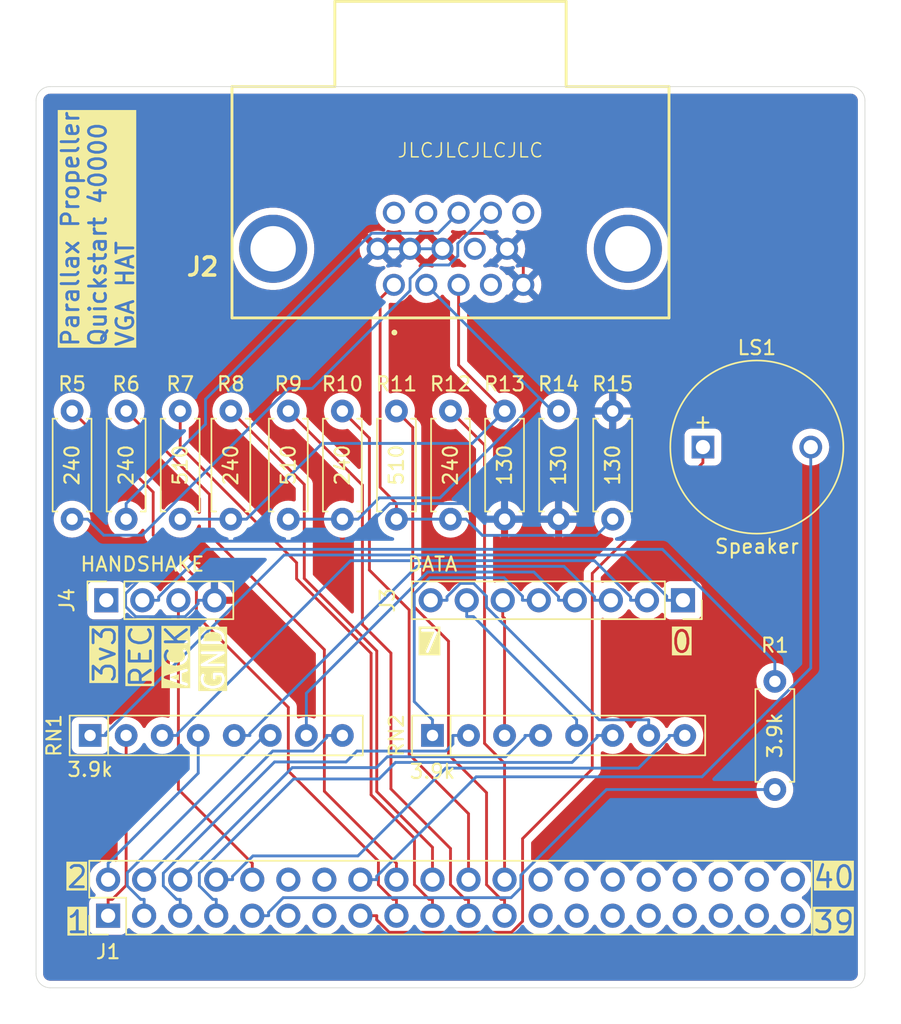
<source format=kicad_pcb>
(kicad_pcb (version 20240108) (generator "pcbnew") (generator_version "8.0")
  (title_block (title "Propeller VGA board for ByteCradle 6502 / Prototype") (date "2025-02-08") (rev "0"))
  (layers (0 "F.Cu" signal) (31 "B.Cu" signal) (34 "B.Paste" user) (35 "F.Paste" user) (36 "B.SilkS" user "B.Silkscreen") (37 "F.SilkS" user "F.Silkscreen") (38 "B.Mask" user) (39 "F.Mask" user) (44 "Edge.Cuts" user))
  (net 0 "")
  (net 1 "+3V3")
  (net 2 "GND")
  (net 3 "HSYNC")
  (net 4 "VSYNC")
  (net 5 "R")
  (net 6 "G")
  (net 8 "B")
  (net 10 "P19")
  (net 11 "P14")
  (net 17 "BF6")
  (net 18 "BF7")
  (net 19 "Net-(J1-Pin_1)")
  (net 20 "Net-(J1-Pin_6)")
  (net 22 "BF5")
  (net 23 "BF4")
  (net 24 "Net-(J1-Pin_2)")
  (net 25 "Net-(J1-Pin_8)")
  (net 26 "BF0")
  (net 27 "BF1")
  (net 29 "BF2")
  (net 32 "BF3")
  (net 33 "P22")
  (net 35 "P18")
  (net 36 "P20")
  (net 38 "ACK")
  (net 39 "P23")
  (net 41 "P15")
  (net 42 "Net-(J1-Pin_5)")
  (net 45 "Net-(J1-Pin_4)")
  (net 46 "Net-(J1-Pin_9)")
  (net 50 "Net-(J1-Pin_3)")
  (net 51 "P17")
  (net 56 "P16")
  (net 57 "P21")
  (net 58 "Net-(J1-Pin_7)")
  (net 61 "REC")
  (footprint "Resistor_THT:R_Axial_DIN0207_L6.3mm_D2.5mm_P7.62mm_Horizontal" (layer "F.Cu") (at 46.99 48.26 -90)
    (property "Reference" "R10" (at -1.905 0 180) (layer "F.SilkS"))
    (property "Value" "240" (at 3.81 0 90) (layer "F.SilkS"))
    (pad "1" thru_hole circle (at 0 0 270) (size 1.6 1.6) (drill 0.8) (layers "*.Cu" "*.Mask") (net 57 "P21"))
    (pad "2" thru_hole oval (at 7.62 0 270) (size 1.6 1.6) (drill 0.8) (layers "*.Cu" "*.Mask") (net 6 "G"))
  )
  (footprint "Buzzer_Beeper:MagneticBuzzer_ProSignal_ABI-009-RC" (layer "F.Cu") (at 72.4 50.8)
    (property "Reference" "LS1" (at 3.8 -7 0) (layer "F.SilkS"))
    (property "Value" "Speaker" (at 3.8 7 0) (layer "F.SilkS"))
    (fp_text user "+" (at 0 -1.8 0) (layer "F.SilkS"))
    (pad "1" thru_hole rect (at 0 0) (size 1.6 1.6) (drill 1) (layers "*.Cu" "*.Mask") (net 11 "P14"))
    (pad "2" thru_hole circle (at 7.6 0) (size 1.6 1.6) (drill 1) (layers "*.Cu" "*.Mask") (net 41 "P15"))
  )
  (footprint "Resistor_THT:R_Axial_DIN0207_L6.3mm_D2.5mm_P7.62mm_Horizontal" (layer "F.Cu") (at 77.47 67.31 -90)
    (property "Reference" "R1" (at -2.54 0 180) (layer "F.SilkS"))
    (property "Value" "3.9k" (at 3.81 0 90) (layer "F.SilkS"))
    (pad "1" thru_hole circle (at 0 0 270) (size 1.6 1.6) (drill 0.8) (layers "*.Cu" "*.Mask") (net 61 "REC"))
    (pad "2" thru_hole oval (at 7.62 0 270) (size 1.6 1.6) (drill 0.8) (layers "*.Cu" "*.Mask") (net 46 "Net-(J1-Pin_9)"))
  )
  (footprint "Resistor_THT:R_Array_SIP8" (layer "F.Cu") (at 29.21 71.12)
    (property "Reference" "RN1" (at -2.54 0 90) (layer "F.SilkS"))
    (property "Value" "3.9k" (at 0 2.4 0) (layer "F.SilkS"))
    (pad "1" thru_hole rect (at 0 0) (size 1.6 1.6) (drill 0.8) (layers "*.Cu" "*.Mask") (net 26 "BF0"))
    (pad "2" thru_hole oval (at 2.54 0) (size 1.6 1.6) (drill 0.8) (layers "*.Cu" "*.Mask") (net 19 "Net-(J1-Pin_1)"))
    (pad "3" thru_hole oval (at 5.08 0) (size 1.6 1.6) (drill 0.8) (layers "*.Cu" "*.Mask") (net 27 "BF1"))
    (pad "4" thru_hole oval (at 7.62 0) (size 1.6 1.6) (drill 0.8) (layers "*.Cu" "*.Mask") (net 24 "Net-(J1-Pin_2)"))
    (pad "5" thru_hole oval (at 10.16 0) (size 1.6 1.6) (drill 0.8) (layers "*.Cu" "*.Mask") (net 29 "BF2"))
    (pad "6" thru_hole oval (at 12.7 0) (size 1.6 1.6) (drill 0.8) (layers "*.Cu" "*.Mask") (net 50 "Net-(J1-Pin_3)"))
    (pad "7" thru_hole oval (at 15.24 0) (size 1.6 1.6) (drill 0.8) (layers "*.Cu" "*.Mask") (net 32 "BF3"))
    (pad "8" thru_hole oval (at 17.78 0) (size 1.6 1.6) (drill 0.8) (layers "*.Cu" "*.Mask") (net 45 "Net-(J1-Pin_4)"))
  )
  (footprint "Resistor_THT:R_Axial_DIN0207_L6.3mm_D2.5mm_P7.62mm_Horizontal" (layer "F.Cu") (at 43.18 48.26 -90)
    (property "Reference" "R9" (at -1.905 0 180) (layer "F.SilkS"))
    (property "Value" "510" (at 3.81 0 90) (layer "F.SilkS"))
    (pad "1" thru_hole circle (at 0 0 270) (size 1.6 1.6) (drill 0.8) (layers "*.Cu" "*.Mask") (net 36 "P20"))
    (pad "2" thru_hole oval (at 7.62 0 270) (size 1.6 1.6) (drill 0.8) (layers "*.Cu" "*.Mask") (net 6 "G"))
  )
  (footprint "Resistor_THT:R_Axial_DIN0207_L6.3mm_D2.5mm_P7.62mm_Horizontal" (layer "F.Cu") (at 54.61 48.26 -90)
    (property "Reference" "R12" (at -1.905 0 180) (layer "F.SilkS"))
    (property "Value" "240" (at 3.81 0 90) (layer "F.SilkS"))
    (pad "1" thru_hole circle (at 0 0 270) (size 1.6 1.6) (drill 0.8) (layers "*.Cu" "*.Mask") (net 39 "P23"))
    (pad "2" thru_hole oval (at 7.62 0 270) (size 1.6 1.6) (drill 0.8) (layers "*.Cu" "*.Mask") (net 5 "R"))
  )
  (footprint "Resistor_THT:R_Axial_DIN0207_L6.3mm_D2.5mm_P7.62mm_Horizontal" (layer "F.Cu") (at 58.42 48.26 -90)
    (property "Reference" "R13" (at -1.905 0 180) (layer "F.SilkS"))
    (property "Value" "130" (at 3.81 0 90) (layer "F.SilkS"))
    (pad "1" thru_hole circle (at 0 0 270) (size 1.6 1.6) (drill 0.8) (layers "*.Cu" "*.Mask") (net 8 "B"))
    (pad "2" thru_hole oval (at 7.62 0 270) (size 1.6 1.6) (drill 0.8) (layers "*.Cu" "*.Mask") (net 2 "GND"))
  )
  (footprint "Resistor_THT:R_Axial_DIN0207_L6.3mm_D2.5mm_P7.62mm_Horizontal" (layer "F.Cu") (at 27.94 48.26 -90)
    (property "Reference" "R5" (at -1.905 0 180) (layer "F.SilkS"))
    (property "Value" "240" (at 3.81 0 90) (layer "F.SilkS"))
    (pad "1" thru_hole circle (at 0 0 270) (size 1.6 1.6) (drill 0.8) (layers "*.Cu" "*.Mask") (net 56 "P16"))
    (pad "2" thru_hole oval (at 7.62 0 270) (size 1.6 1.6) (drill 0.8) (layers "*.Cu" "*.Mask") (net 4 "VSYNC"))
  )
  (footprint "Connector_PinHeader_2.54mm:PinHeader_2x20_P2.54mm_Vertical" (layer "F.Cu") (at 30.48 83.82 90)
    (property "Reference" "J1" (at -2.54 0 180) (layer "F.SilkS"))
    (property "Value" "HEADER")
    (pad "1" thru_hole rect (at 0 0 90) (size 1.7 1.7) (drill 1) (layers "*.Cu" "*.Mask") (net 19 "Net-(J1-Pin_1)"))
    (pad "2" thru_hole oval (at 2.54 0 90) (size 1.7 1.7) (drill 1) (layers "*.Cu" "*.Mask") (net 24 "Net-(J1-Pin_2)"))
    (pad "3" thru_hole oval (at 0 2.54 90) (size 1.7 1.7) (drill 1) (layers "*.Cu" "*.Mask") (net 50 "Net-(J1-Pin_3)"))
    (pad "4" thru_hole oval (at 2.54 2.54 90) (size 1.7 1.7) (drill 1) (layers "*.Cu" "*.Mask") (net 45 "Net-(J1-Pin_4)"))
    (pad "5" thru_hole oval (at 0 5.08 90) (size 1.7 1.7) (drill 1) (layers "*.Cu" "*.Mask") (net 42 "Net-(J1-Pin_5)"))
    (pad "6" thru_hole oval (at 2.54 5.08 90) (size 1.7 1.7) (drill 1) (layers "*.Cu" "*.Mask") (net 20 "Net-(J1-Pin_6)"))
    (pad "7" thru_hole oval (at 0 7.62 90) (size 1.7 1.7) (drill 1) (layers "*.Cu" "*.Mask") (net 58 "Net-(J1-Pin_7)"))
    (pad "8" thru_hole oval (at 2.54 7.62 90) (size 1.7 1.7) (drill 1) (layers "*.Cu" "*.Mask") (net 25 "Net-(J1-Pin_8)"))
    (pad "9" thru_hole oval (at 0 10.16 90) (size 1.7 1.7) (drill 1) (layers "*.Cu" "*.Mask") (net 46 "Net-(J1-Pin_9)"))
    (pad "10" thru_hole oval (at 2.54 10.16 90) (size 1.7 1.7) (drill 1) (layers "*.Cu" "*.Mask") (net 38 "ACK"))
    (pad "11" thru_hole oval (at 0 12.7 90) (size 1.7 1.7) (drill 1) (layers "*.Cu" "*.Mask"))
    (pad "12" thru_hole oval (at 2.54 12.7 90) (size 1.7 1.7) (drill 1) (layers "*.Cu" "*.Mask"))
    (pad "13" thru_hole oval (at 0 15.24 90) (size 1.7 1.7) (drill 1) (layers "*.Cu" "*.Mask"))
    (pad "14" thru_hole oval (at 2.54 15.24 90) (size 1.7 1.7) (drill 1) (layers "*.Cu" "*.Mask"))
    (pad "15" thru_hole oval (at 0 17.78 90) (size 1.7 1.7) (drill 1) (layers "*.Cu" "*.Mask") (net 11 "P14"))
    (pad "16" thru_hole oval (at 2.54 17.78 90) (size 1.7 1.7) (drill 1) (layers "*.Cu" "*.Mask") (net 41 "P15"))
    (pad "17" thru_hole oval (at 0 20.32 90) (size 1.7 1.7) (drill 1) (layers "*.Cu" "*.Mask") (net 56 "P16"))
    (pad "18" thru_hole oval (at 2.54 20.32 90) (size 1.7 1.7) (drill 1) (layers "*.Cu" "*.Mask") (net 51 "P17"))
    (pad "19" thru_hole oval (at 0 22.86 90) (size 1.7 1.7) (drill 1) (layers "*.Cu" "*.Mask") (net 35 "P18"))
    (pad "20" thru_hole oval (at 2.54 22.86 90) (size 1.7 1.7) (drill 1) (layers "*.Cu" "*.Mask") (net 10 "P19"))
    (pad "21" thru_hole oval (at 0 25.4 90) (size 1.7 1.7) (drill 1) (layers "*.Cu" "*.Mask") (net 36 "P20"))
    (pad "22" thru_hole oval (at 2.54 25.4 90) (size 1.7 1.7) (drill 1) (layers "*.Cu" "*.Mask") (net 57 "P21"))
    (pad "23" thru_hole oval (at 0 27.94 90) (size 1.7 1.7) (drill 1) (layers "*.Cu" "*.Mask") (net 33 "P22"))
    (pad "24" thru_hole oval (at 2.54 27.94 90) (size 1.7 1.7) (drill 1) (layers "*.Cu" "*.Mask") (net 39 "P23"))
    (pad "25" thru_hole oval (at 0 30.48 90) (size 1.7 1.7) (drill 1) (layers "*.Cu" "*.Mask"))
    (pad "26" thru_hole oval (at 2.54 30.48 90) (size 1.7 1.7) (drill 1) (layers "*.Cu" "*.Mask"))
    (pad "27" thru_hole oval (at 0 33.02 90) (size 1.7 1.7) (drill 1) (layers "*.Cu" "*.Mask"))
    (pad "28" thru_hole oval (at 2.54 33.02 90) (size 1.7 1.7) (drill 1) (layers "*.Cu" "*.Mask"))
    (pad "29" thru_hole oval (at 0 35.56 90) (size 1.7 1.7) (drill 1) (layers "*.Cu" "*.Mask"))
    (pad "30" thru_hole oval (at 2.54 35.56 90) (size 1.7 1.7) (drill 1) (layers "*.Cu" "*.Mask"))
    (pad "31" thru_hole oval (at 0 38.1 90) (size 1.7 1.7) (drill 1) (layers "*.Cu" "*.Mask"))
    (pad "32" thru_hole oval (at 2.54 38.1 90) (size 1.7 1.7) (drill 1) (layers "*.Cu" "*.Mask"))
    (pad "33" thru_hole oval (at 0 40.64 90) (size 1.7 1.7) (drill 1) (layers "*.Cu" "*.Mask"))
    (pad "34" thru_hole oval (at 2.54 40.64 90) (size 1.7 1.7) (drill 1) (layers "*.Cu" "*.Mask"))
    (pad "35" thru_hole oval (at 0 43.18 90) (size 1.7 1.7) (drill 1) (layers "*.Cu" "*.Mask"))
    (pad "36" thru_hole oval (at 2.54 43.18 90) (size 1.7 1.7) (drill 1) (layers "*.Cu" "*.Mask"))
    (pad "37" thru_hole oval (at 0 45.72 90) (size 1.7 1.7) (drill 1) (layers "*.Cu" "*.Mask"))
    (pad "38" thru_hole oval (at 2.54 45.72 90) (size 1.7 1.7) (drill 1) (layers "*.Cu" "*.Mask"))
    (pad "39" thru_hole oval (at 0 48.26 90) (size 1.7 1.7) (drill 1) (layers "*.Cu" "*.Mask"))
    (pad "40" thru_hole oval (at 2.54 48.26 90) (size 1.7 1.7) (drill 1) (layers "*.Cu" "*.Mask"))
  )
  (footprint "Connector_PinSocket_2.54mm:PinSocket_1x04_P2.54mm_Vertical" (layer "F.Cu") (at 30.353 61.595 90)
    (property "Reference" "J4" (at 0 -2.77 -90) (layer "F.SilkS"))
    (property "Value" "HANDSHAKE" (at 2.54 2.54 0) (layer "F.SilkS"))
    (pad "1" thru_hole rect (at 0 0 90) (size 1.7 1.7) (drill 1) (layers "*.Cu" "*.Mask") (net 1 "+3V3"))
    (pad "2" thru_hole oval (at 0 2.54 90) (size 1.7 1.7) (drill 1) (layers "*.Cu" "*.Mask") (net 61 "REC"))
    (pad "3" thru_hole oval (at 0 5.08 90) (size 1.7 1.7) (drill 1) (layers "*.Cu" "*.Mask") (net 38 "ACK"))
    (pad "4" thru_hole oval (at 0 7.62 90) (size 1.7 1.7) (drill 1) (layers "*.Cu" "*.Mask") (net 2 "GND"))
  )
  (footprint "Resistor_THT:R_Axial_DIN0207_L6.3mm_D2.5mm_P7.62mm_Horizontal" (layer "F.Cu") (at 50.8 48.26 -90)
    (property "Reference" "R11" (at -1.905 0 180) (layer "F.SilkS"))
    (property "Value" "510" (at 3.81 0 90) (layer "F.SilkS"))
    (pad "1" thru_hole circle (at 0 0 270) (size 1.6 1.6) (drill 0.8) (layers "*.Cu" "*.Mask") (net 33 "P22"))
    (pad "2" thru_hole oval (at 7.62 0 270) (size 1.6 1.6) (drill 0.8) (layers "*.Cu" "*.Mask") (net 5 "R"))
  )
  (footprint "Resistor_THT:R_Axial_DIN0207_L6.3mm_D2.5mm_P7.62mm_Horizontal" (layer "F.Cu") (at 31.75 48.26 -90)
    (property "Reference" "R6" (at -1.905 0 180) (layer "F.SilkS"))
    (property "Value" "240" (at 3.81 0 90) (layer "F.SilkS"))
    (pad "1" thru_hole circle (at 0 0 270) (size 1.6 1.6) (drill 0.8) (layers "*.Cu" "*.Mask") (net 51 "P17"))
    (pad "2" thru_hole oval (at 7.62 0 270) (size 1.6 1.6) (drill 0.8) (layers "*.Cu" "*.Mask") (net 3 "HSYNC"))
  )
  (footprint "Resistor_THT:R_Axial_DIN0207_L6.3mm_D2.5mm_P7.62mm_Horizontal" (layer "F.Cu") (at 66.04 55.88 90)
    (property "Reference" "R15" (at 9.525 0 0) (layer "F.SilkS"))
    (property "Value" "130" (at 3.81 0 -90) (layer "F.SilkS"))
    (pad "1" thru_hole circle (at 0 0 90) (size 1.6 1.6) (drill 0.8) (layers "*.Cu" "*.Mask") (net 5 "R"))
    (pad "2" thru_hole oval (at 7.62 0 90) (size 1.6 1.6) (drill 0.8) (layers "*.Cu" "*.Mask") (net 2 "GND"))
  )
  (footprint "components:618015330923" (layer "F.Cu") (at 54.61 25.4 180)
    (property "Reference" "J2" (at 17.47 -12.7 180) (layer "F.SilkS") (effects (font (size 1.27 1.27) (thickness 0.254))))
    (property "Value" "VGA" (hide yes))
    (pad "1" thru_hole circle (at 3.99 -13.97 180) (size 1.55 1.55) (drill 1) (layers "*.Cu" "*.Mask") (net 5 "R"))
    (pad "2" thru_hole circle (at 1.71 -13.97 180) (size 1.55 1.55) (drill 1) (layers "*.Cu" "*.Mask") (net 6 "G"))
    (pad "3" thru_hole circle (at -0.57 -13.97 180) (size 1.55 1.55) (drill 1) (layers "*.Cu" "*.Mask") (net 8 "B"))
    (pad "4" thru_hole circle (at -2.85 -13.97 180) (size 1.55 1.55) (drill 1) (layers "*.Cu" "*.Mask"))
    (pad "5" thru_hole circle (at -5.13 -13.97 180) (size 1.55 1.55) (drill 1) (layers "*.Cu" "*.Mask") (net 2 "GND"))
    (pad "6" thru_hole circle (at 5.13 -11.43 180) (size 1.55 1.55) (drill 1) (layers "*.Cu" "*.Mask") (net 2 "GND"))
    (pad "7" thru_hole circle (at 2.85 -11.43 180) (size 1.55 1.55) (drill 1) (layers "*.Cu" "*.Mask") (net 2 "GND"))
    (pad "8" thru_hole circle (at 0.57 -11.43 180) (size 1.55 1.55) (drill 1) (layers "*.Cu" "*.Mask") (net 2 "GND"))
    (pad "9" thru_hole circle (at -1.71 -11.43 180) (size 1.55 1.55) (drill 1) (layers "*.Cu" "*.Mask"))
    (pad "10" thru_hole circle (at -3.99 -11.43 180) (size 1.55 1.55) (drill 1) (layers "*.Cu" "*.Mask") (net 2 "GND"))
    (pad "11" thru_hole circle (at 3.99 -8.89 180) (size 1.55 1.55) (drill 1) (layers "*.Cu" "*.Mask"))
    (pad "12" thru_hole circle (at 1.71 -8.89 180) (size 1.55 1.55) (drill 1) (layers "*.Cu" "*.Mask"))
    (pad "13" thru_hole circle (at -0.57 -8.89 180) (size 1.55 1.55) (drill 1) (layers "*.Cu" "*.Mask") (net 3 "HSYNC"))
    (pad "14" thru_hole circle (at -2.85 -8.89 180) (size 1.55 1.55) (drill 1) (layers "*.Cu" "*.Mask") (net 4 "VSYNC"))
    (pad "15" thru_hole circle (at -5.13 -8.89 180) (size 1.55 1.55) (drill 1) (layers "*.Cu" "*.Mask"))
    (pad "16" thru_hole circle (at -12.5 -11.43 180) (size 4.8 4.8) (drill 3.2) (layers "*.Cu" "*.Mask"))
    (pad "17" thru_hole circle (at 12.5 -11.43 180) (size 4.8 4.8) (drill 3.2) (layers "*.Cu" "*.Mask"))
  )
  (footprint "Connector_PinSocket_2.54mm:PinSocket_1x08_P2.54mm_Vertical" (layer "F.Cu") (at 70.993 61.595 -90)
    (property "Reference" "J3" (at 0 20.828 90) (layer "F.SilkS"))
    (property "Value" "DATA" (at -2.54 17.653 180) (layer "F.SilkS"))
    (pad "1" thru_hole rect (at 0 0 270) (size 1.7 1.7) (drill 1) (layers "*.Cu" "*.Mask") (net 26 "BF0"))
    (pad "2" thru_hole oval (at 0 2.54 270) (size 1.7 1.7) (drill 1) (layers "*.Cu" "*.Mask") (net 27 "BF1"))
    (pad "3" thru_hole oval (at 0 5.08 270) (size 1.7 1.7) (drill 1) (layers "*.Cu" "*.Mask") (net 29 "BF2"))
    (pad "4" thru_hole oval (at 0 7.62 270) (size 1.7 1.7) (drill 1) (layers "*.Cu" "*.Mask") (net 32 "BF3"))
    (pad "5" thru_hole oval (at 0 10.16 270) (size 1.7 1.7) (drill 1) (layers "*.Cu" "*.Mask") (net 23 "BF4"))
    (pad "6" thru_hole oval (at 0 12.7 270) (size 1.7 1.7) (drill 1) (layers "*.Cu" "*.Mask") (net 22 "BF5"))
    (pad "7" thru_hole oval (at 0 15.24 270) (size 1.7 1.7) (drill 1) (layers "*.Cu" "*.Mask") (net 17 "BF6"))
    (pad "8" thru_hole oval (at 0 17.78 270) (size 1.7 1.7) (drill 1) (layers "*.Cu" "*.Mask") (net 18 "BF7"))
  )
  (footprint "Resistor_THT:R_Array_SIP8" (layer "F.Cu") (at 53.34 71.12)
    (property "Reference" "RN2" (at -2.54 0 90) (layer "F.SilkS"))
    (property "Value" "3.9k" (at 0 2.54 0) (layer "F.SilkS"))
    (pad "1" thru_hole rect (at 0 0) (size 1.6 1.6) (drill 0.8) (layers "*.Cu" "*.Mask") (net 23 "BF4"))
    (pad "2" thru_hole oval (at 2.54 0) (size 1.6 1.6) (drill 0.8) (layers "*.Cu" "*.Mask") (net 42 "Net-(J1-Pin_5)"))
    (pad "3" thru_hole oval (at 5.08 0) (size 1.6 1.6) (drill 0.8) (layers "*.Cu" "*.Mask") (net 22 "BF5"))
    (pad "4" thru_hole oval (at 7.62 0) (size 1.6 1.6) (drill 0.8) (layers "*.Cu" "*.Mask") (net 20 "Net-(J1-Pin_6)"))
    (pad "5" thru_hole oval (at 10.16 0) (size 1.6 1.6) (drill 0.8) (layers "*.Cu" "*.Mask") (net 17 "BF6"))
    (pad "6" thru_hole oval (at 12.7 0) (size 1.6 1.6) (drill 0.8) (layers "*.Cu" "*.Mask") (net 58 "Net-(J1-Pin_7)"))
    (pad "7" thru_hole oval (at 15.24 0) (size 1.6 1.6) (drill 0.8) (layers "*.Cu" "*.Mask") (net 18 "BF7"))
    (pad "8" thru_hole oval (at 17.78 0) (size 1.6 1.6) (drill 0.8) (layers "*.Cu" "*.Mask") (net 25 "Net-(J1-Pin_8)"))
  )
  (footprint "Resistor_THT:R_Axial_DIN0207_L6.3mm_D2.5mm_P7.62mm_Horizontal" (layer "F.Cu") (at 35.56 48.26 -90)
    (property "Reference" "R7" (at -1.905 0 180) (layer "F.SilkS"))
    (property "Value" "510" (at 3.81 0 90) (layer "F.SilkS"))
    (pad "1" thru_hole circle (at 0 0 270) (size 1.6 1.6) (drill 0.8) (layers "*.Cu" "*.Mask") (net 35 "P18"))
    (pad "2" thru_hole oval (at 7.62 0 270) (size 1.6 1.6) (drill 0.8) (layers "*.Cu" "*.Mask") (net 8 "B"))
  )
  (footprint "Resistor_THT:R_Axial_DIN0207_L6.3mm_D2.5mm_P7.62mm_Horizontal" (layer "F.Cu") (at 62.23 48.26 -90)
    (property "Reference" "R14" (at -1.905 0 180) (layer "F.SilkS"))
    (property "Value" "130" (at 3.81 0 90) (layer "F.SilkS"))
    (pad "1" thru_hole circle (at 0 0 270) (size 1.6 1.6) (drill 0.8) (layers "*.Cu" "*.Mask") (net 6 "G"))
    (pad "2" thru_hole oval (at 7.62 0 270) (size 1.6 1.6) (drill 0.8) (layers "*.Cu" "*.Mask") (net 2 "GND"))
  )
  (footprint "Resistor_THT:R_Axial_DIN0207_L6.3mm_D2.5mm_P7.62mm_Horizontal" (layer "F.Cu") (at 39.13 48.26 -90)
    (property "Reference" "R8" (at -1.905 0 180) (layer "F.SilkS"))
    (property "Value" "240" (at 3.81 0 90) (layer "F.SilkS"))
    (pad "1" thru_hole circle (at 0 0 270) (size 1.6 1.6) (drill 0.8) (layers "*.Cu" "*.Mask") (net 10 "P19"))
    (pad "2" thru_hole oval (at 7.62 0 270) (size 1.6 1.6) (drill 0.8) (layers "*.Cu" "*.Mask") (net 8 "B"))
  )
  (gr_line (start 82.82 88.9) (end 26.4 88.9) (stroke (width 0.05)) (layer "Edge.Cuts"))
  (gr_line (start 25.4 87.9) (end 25.4 26.4) (stroke (width 0.05)) (layer "Edge.Cuts"))
  (gr_arc (start 83.82 87.9) (mid 83.527107 88.607107) (end 82.82 88.9) (stroke (width 0.05)) (layer "Edge.Cuts"))
  (gr_arc (start 82.82 25.4) (mid 83.527107 25.692893) (end 83.82 26.4) (stroke (width 0.05)) (layer "Edge.Cuts"))
  (gr_arc (start 26.4 88.9) (mid 25.692893 88.607107) (end 25.4 87.9) (stroke (width 0.05)) (layer "Edge.Cuts"))
  (gr_arc (start 25.4 26.4) (mid 25.692893 25.692893) (end 26.4 25.4) (stroke (width 0.05)) (layer "Edge.Cuts"))
  (gr_line (start 83.82 26.4) (end 83.82 87.9) (stroke (width 0.05)) (layer "Edge.Cuts"))
  (gr_line (start 26.4 25.4) (end 82.82 25.4) (stroke (width 0.05)) (layer "Edge.Cuts"))
  (gr_text "1" (at 29.15 85.15 0) (layer "F.SilkS" knockout) (effects (font (size 1.5 1.5) (thickness 0.2) (bold yes)) (justify right bottom)))
  (gr_text "7" (at 53.975 65.405 0) (layer "F.SilkS" knockout) (effects (font (size 1.5 1.5) (thickness 0.2) (bold yes)) (justify right bottom)))
  (gr_text "3v3" (at 31.115 63.246 90) (layer "F.SilkS" knockout) (effects (font (size 1.5 1.5) (thickness 0.2) (bold yes)) (justify right bottom)))
  (gr_text "REC" (at 33.655 63.246 90) (layer "F.SilkS" knockout) (effects (font (size 1.5 1.5) (thickness 0.2) (bold yes)) (justify right bottom)))
  (gr_text "40" (at 80.07 81.975 0) (layer "F.SilkS" knockout) (effects (font (size 1.5 1.5) (thickness 0.2) (bold yes)) (justify left bottom)))
  (gr_text "JLCJLCJLCJLC" (at 50.8 30.48 0) (layer "F.SilkS") (effects (font (size 1 1) (thickness 0.1)) (justify left bottom)))
  (gr_text "2" (at 29.15 81.975 0) (layer "F.SilkS" knockout) (effects (font (size 1.5 1.5) (thickness 0.2) (bold yes)) (justify right bottom)))
  (gr_text "0" (at 71.755 65.405 0) (layer "F.SilkS" knockout) (effects (font (size 1.5 1.5) (thickness 0.2) (bold yes)) (justify right bottom)))
  (gr_text "GND" (at 38.795 63.306 90) (layer "F.SilkS" knockout) (effects (font (size 1.5 1.5) (thickness 0.2) (bold yes)) (justify right bottom)))
  (gr_text "ACK" (at 36.195 63.246 90) (layer "F.SilkS" knockout) (effects (font (size 1.5 1.5) (thickness 0.2) (bold yes)) (justify right bottom)))
  (gr_text "39" (at 80.07 85.15 0) (layer "F.SilkS" knockout) (effects (font (size 1.5 1.5) (thickness 0.2) (bold yes)) (justify left bottom)))
  (gr_text "Parallax Propeller \nQuickstart 40000\nVGA HAT" (at 32.385 43.815 90) (layer "F.SilkS" knockout) (effects (font (size 1.2 1.2) (thickness 0.2) (bold yes)) (justify left bottom)))
  (segment (start 54.04 36.83) (end 55.1283 35.7417) (width 0.2) (layer "F.Cu") (net 2))
  (segment (start 66.04 49.3601) (end 62.23 53.1701) (width 0.2) (layer "F.Cu") (net 2))
  (segment (start 59.74 37.97) (end 59.74 39.37) (width 0.2) (layer "F.Cu") (net 2))
  (segment (start 66.04 48.26) (end 66.04 49.3601) (width 0.2) (layer "F.Cu") (net 2))
  (segment (start 62.23 53.1701) (end 62.23 55.88) (width 0.2) (layer "F.Cu") (net 2))
  (segment (start 58.6 36.83) (end 59.74 37.97) (width 0.2) (layer "F.Cu") (net 2))
  (segment (start 57.5117 35.7417) (end 58.6 36.83) (width 0.2) (layer "F.Cu") (net 2))
  (segment (start 59.74 39.37) (end 66.04 45.67) (width 0.2) (layer "F.Cu") (net 2))
  (segment (start 66.04 45.67) (end 66.04 48.26) (width 0.2) (layer "F.Cu") (net 2))
  (segment (start 55.1283 35.7417) (end 57.5117 35.7417) (width 0.2) (layer "F.Cu") (net 2))
  (segment (start 58.42 55.88) (end 57.3199 55.88) (width 0.2) (layer "B.Cu") (net 2))
  (segment (start 31.7097 61.1274) (end 31.7097 62.0396) (width 0.2) (layer "B.Cu") (net 2))
  (segment (start 50.3398 54.7798) (end 47.6897 57.4299) (width 0.2) (layer "B.Cu") (net 2))
  (segment (start 57.3199 55.88) (end 56.2197 54.7798) (width 0.2) (layer "B.Cu") (net 2))
  (segment (start 32.4229 62.7528) (end 35.9034 62.7528) (width 0.2) (layer "B.Cu") (net 2))
  (segment (start 35.9034 62.7528) (end 36.8229 61.8333) (width 0.2) (layer "B.Cu") (net 2))
  (segment (start 36.8229 61.8333) (end 36.8229 61.595) (width 0.2) (layer "B.Cu") (net 2))
  (segment (start 31.7097 62.0396) (end 32.4229 62.7528) (width 0.2) (layer "B.Cu") (net 2))
  (segment (start 51.76 36.83) (end 49.48 36.83) (width 0.2) (layer "B.Cu") (net 2))
  (segment (start 62.23 55.88) (end 58.42 55.88) (width 0.2) (layer "B.Cu") (net 2))
  (segment (start 54.04 36.83) (end 51.76 36.83) (width 0.2) (layer "B.Cu") (net 2))
  (segment (start 35.4072 57.4299) (end 31.7097 61.1274) (width 0.2) (layer "B.Cu") (net 2))
  (segment (start 37.973 61.595) (end 36.8229 61.595) (width 0.2) (layer "B.Cu") (net 2))
  (segment (start 56.2197 54.7798) (end 50.3398 54.7798) (width 0.2) (layer "B.Cu") (net 2))
  (segment (start 47.6897 57.4299) (end 35.4072 57.4299) (width 0.2) (layer "B.Cu") (net 2))
  (segment (start 31.75 55.88) (end 31.75 54.7799) (width 0.2) (layer "B.Cu") (net 3))
  (segment (start 49.0456 35.7342) (end 37.3451 47.4347) (width 0.2) (layer "B.Cu") (net 3))
  (segment (start 53.7358 35.7342) (end 49.0456 35.7342) (width 0.2) (layer "B.Cu") (net 3))
  (segment (start 37.3451 49.1848) (end 31.75 54.7799) (width 0.2) (layer "B.Cu") (net 3))
  (segment (start 55.18 34.29) (end 53.7358 35.7342) (width 0.2) (layer "B.Cu") (net 3))
  (segment (start 37.3451 47.4347) (end 37.3451 49.1848) (width 0.2) (layer "B.Cu") (net 3))
  (segment (start 55.1243 36.4507) (end 55.1243 37.3425) (width 0.2) (layer "B.Cu") (net 4))
  (segment (start 44.8669 46.6728) (end 43.2085 46.6728) (width 0.2) (layer "B.Cu") (net 4))
  (segment (start 55.1243 37.3425) (end 54.4968 37.97) (width 0.2) (layer "B.Cu") (net 4))
  (segment (start 52.714 37.97) (end 51.76 38.924) (width 0.2) (layer "B.Cu") (net 4))
  (segment (start 57.285 34.29) (end 55.1243 36.4507) (width 0.2) (layer "B.Cu") (net 4))
  (segment (start 51.76 38.924) (end 51.76 39.7797) (width 0.2) (layer "B.Cu") (net 4))
  (segment (start 51.76 39.7797) (end 44.8669 46.6728) (width 0.2) (layer "B.Cu") (net 4))
  (segment (start 54.4968 37.97) (end 52.714 37.97) (width 0.2) (layer "B.Cu") (net 4))
  (segment (start 43.2085 46.6728) (end 32.871 57.0103) (width 0.2) (layer "B.Cu") (net 4))
  (segment (start 30.1704 57.0103) (end 29.0401 55.88) (width 0.2) (layer "B.Cu") (net 4))
  (segment (start 32.871 57.0103) (end 30.1704 57.0103) (width 0.2) (layer "B.Cu") (net 4))
  (segment (start 27.94 55.88) (end 29.0401 55.88) (width 0.2) (layer "B.Cu") (net 4))
  (segment (start 57.46 34.29) (end 57.285 34.29) (width 0.2) (layer "B.Cu") (net 4))
  (segment (start 49.6497 53.6296) (end 50.8 54.7799) (width 0.2) (layer "F.Cu") (net 5))
  (segment (start 49.6497 40.3403) (end 49.6497 53.6296) (width 0.2) (layer "F.Cu") (net 5))
  (segment (start 50.8 55.88) (end 50.8 54.7799) (width 0.2) (layer "F.Cu") (net 5))
  (segment (start 50.62 39.37) (end 49.6497 40.3403) (width 0.2) (layer "F.Cu") (net 5))
  (segment (start 55.7101 55.88) (end 56.8517 57.0216) (width 0.2) (layer "B.Cu") (net 5))
  (segment (start 54.61 55.88) (end 55.7101 55.88) (width 0.2) (layer "B.Cu") (net 5))
  (segment (start 64.8984 57.0216) (end 66.04 55.88) (width 0.2) (layer "B.Cu") (net 5))
  (segment (start 56.8517 57.0216) (end 64.8984 57.0216) (width 0.2) (layer "B.Cu") (net 5))
  (segment (start 50.8 55.88) (end 54.61 55.88) (width 0.2) (layer "B.Cu") (net 5))
  (segment (start 61.79 48.26) (end 62.23 48.26) (width 0.2) (layer "B.Cu") (net 6))
  (segment (start 60.8875 47.3575) (end 53.8654 54.3796) (width 0.2) (layer "B.Cu") (net 6))
  (segment (start 49.5905 54.3796) (end 48.0901 55.88) (width 0.2) (layer "B.Cu") (net 6))
  (segment (start 46.99 55.88) (end 48.0901 55.88) (width 0.2) (layer "B.Cu") (net 6))
  (segment (start 52.9 39.37) (end 60.8875 47.3575) (width 0.2) (layer "B.Cu") (net 6))
  (segment (start 60.8875 47.3575) (end 61.79 48.26) (width 0.2) (layer "B.Cu") (net 6))
  (segment (start 43.18 55.88) (end 46.99 55.88) (width 0.2) (layer "B.Cu") (net 6))
  (segment (start 53.8654 54.3796) (end 49.5905 54.3796) (width 0.2) (layer "B.Cu") (net 6))
  (segment (start 55.18 45.02) (end 58.42 48.26) (width 0.2) (layer "F.Cu") (net 8))
  (segment (start 55.18 39.37) (end 55.18 45.02) (width 0.2) (layer "F.Cu") (net 8))
  (segment (start 39.13 55.88) (end 40.2301 55.88) (width 0.2) (layer "B.Cu") (net 8))
  (segment (start 56.1375 50.5425) (end 58.42 48.26) (width 0.2) (layer "B.Cu") (net 8))
  (segment (start 35.56 55.88) (end 39.13 55.88) (width 0.2) (layer "B.Cu") (net 8))
  (segment (start 45.5676 50.5425) (end 56.1375 50.5425) (width 0.2) (layer "B.Cu") (net 8))
  (segment (start 40.2301 55.88) (end 45.5676 50.5425) (width 0.2) (layer "B.Cu") (net 8))
  (segment (start 39.13 48.26) (end 44.3046 53.4346) (width 0.2) (layer "F.Cu") (net 10))
  (segment (start 49.4137 75.0755) (end 53.34 79.0018) (width 0.2) (layer "F.Cu") (net 10))
  (segment (start 44.3046 60.0566) (end 49.4137 65.1657) (width 0.2) (layer "F.Cu") (net 10))
  (segment (start 53.34 79.0018) (end 53.34 81.28) (width 0.2) (layer "F.Cu") (net 10))
  (segment (start 49.4137 65.1657) (end 49.4137 75.0755) (width 0.2) (layer "F.Cu") (net 10))
  (segment (start 44.3046 53.4346) (end 44.3046 60.0566) (width 0.2) (layer "F.Cu") (net 10))
  (segment (start 59.69 78.3919) (end 64.6002 73.4817) (width 0.2) (layer "F.Cu") (net 11))
  (segment (start 48.26 83.82) (end 49.4101 83.82) (width 0.2) (layer "F.Cu") (net 11))
  (segment (start 59.69 84.2111) (end 59.69 78.3919) (width 0.2) (layer "F.Cu") (net 11))
  (segment (start 72.4 50.8) (end 72.4 51.9001) (width 0.2) (layer "F.Cu") (net 11))
  (segment (start 64.6002 59.6999) (end 72.4 51.9001) (width 0.2) (layer "F.Cu") (net 11))
  (segment (start 64.6002 73.4817) (end 64.6002 59.6999) (width 0.2) (layer "F.Cu") (net 11))
  (segment (start 50.2914 84.9888) (end 58.9123 84.9888) (width 0.2) (layer "F.Cu") (net 11))
  (segment (start 49.4101 83.82) (end 49.4101 84.1075) (width 0.2) (layer "F.Cu") (net 11))
  (segment (start 49.4101 84.1075) (end 50.2914 84.9888) (width 0.2) (layer "F.Cu") (net 11))
  (segment (start 58.9123 84.9888) (end 59.69 84.2111) (width 0.2) (layer "F.Cu") (net 11))
  (segment (start 55.753 61.595) (end 55.753 62.7451) (width 0.2) (layer "B.Cu") (net 17))
  (segment (start 56.2252 62.7451) (end 55.753 62.7451) (width 0.2) (layer "B.Cu") (net 17))
  (segment (start 63.5 71.12) (end 63.5 70.0199) (width 0.2) (layer "B.Cu") (net 17))
  (segment (start 63.5 70.0199) (end 56.2252 62.7451) (width 0.2) (layer "B.Cu") (net 17))
  (segment (start 53.213 61.595) (end 54.3631 61.595) (width 0.2) (layer "B.Cu") (net 18))
  (segment (start 54.3631 61.3432) (end 54.3631 61.595) (width 0.2) (layer "B.Cu") (net 18))
  (segment (start 56.2378 60.4052) (end 55.3011 60.4052) (width 0.2) (layer "B.Cu") (net 18))
  (segment (start 57.1429 62.0714) (end 57.1429 61.3103) (width 0.2) (layer "B.Cu") (net 18))
  (segment (start 57.1429 61.3103) (end 56.2378 60.4052) (width 0.2) (layer "B.Cu") (net 18))
  (segment (start 65.0914 70.0199) (end 57.1429 62.0714) (width 0.2) (layer "B.Cu") (net 18))
  (segment (start 68.58 70.0199) (end 65.0914 70.0199) (width 0.2) (layer "B.Cu") (net 18))
  (segment (start 68.58 71.12) (end 68.58 70.0199) (width 0.2) (layer "B.Cu") (net 18))
  (segment (start 55.3011 60.4052) (end 54.3631 61.3432) (width 0.2) (layer "B.Cu") (net 18))
  (segment (start 30.7675 82.6699) (end 30.48 82.6699) (width 0.2) (layer "F.Cu") (net 19))
  (segment (start 31.75 71.12) (end 31.75 81.6874) (width 0.2) (layer "F.Cu") (net 19))
  (segment (start 31.75 81.6874) (end 30.7675 82.6699) (width 0.2) (layer "F.Cu") (net 19))
  (segment (start 30.48 83.82) (end 30.48 82.6699) (width 0.2) (layer "F.Cu") (net 19))
  (segment (start 59.8599 71.2575) (end 58.4971 72.6203) (width 0.2) (layer "B.Cu") (net 20))
  (segment (start 58.4971 72.6203) (end 50.1597 72.6203) (width 0.2) (layer "B.Cu") (net 20))
  (segment (start 43.4538 73.3862) (end 35.56 81.28) (width 0.2) (layer "B.Cu") (net 20))
  (segment (start 49.3938 73.3862) (end 43.4538 73.3862) (width 0.2) (layer "B.Cu") (net 20))
  (segment (start 60.96 71.12) (end 59.8599 71.12) (width 0.2) (layer "B.Cu") (net 20))
  (segment (start 50.1597 72.6203) (end 49.3938 73.3862) (width 0.2) (layer "B.Cu") (net 20))
  (segment (start 59.8599 71.12) (end 59.8599 71.2575) (width 0.2) (layer "B.Cu") (net 20))
  (segment (start 58.293 61.595) (end 58.293 62.7451) (width 0.2) (layer "F.Cu") (net 22))
  (segment (start 58.42 71.12) (end 58.42 62.8721) (width 0.2) (layer "F.Cu") (net 22))
  (segment (start 58.42 62.8721) (end 58.293 62.7451) (width 0.2) (layer "F.Cu") (net 22))
  (segment (start 58.3804 60.005) (end 53.1576 60.005) (width 0.2) (layer "B.Cu") (net 23))
  (segment (start 53.34 71.12) (end 53.34 70.0199) (width 0.2) (layer "B.Cu") (net 23))
  (segment (start 52.0557 68.7356) (end 53.34 70.0199) (width 0.2) (layer "B.Cu") (net 23))
  (segment (start 59.6829 61.595) (end 59.6829 61.3075) (width 0.2) (layer "B.Cu") (net 23))
  (segment (start 59.6829 61.3075) (end 58.3804 60.005) (width 0.2) (layer "B.Cu") (net 23))
  (segment (start 53.1576 60.005) (end 52.0557 61.1069) (width 0.2) (layer "B.Cu") (net 23))
  (segment (start 52.0557 61.1069) (end 52.0557 68.7356) (width 0.2) (layer "B.Cu") (net 23))
  (segment (start 60.833 61.595) (end 59.6829 61.595) (width 0.2) (layer "B.Cu") (net 23))
  (segment (start 36.83 71.12) (end 36.83 73.7799) (width 0.2) (layer "B.Cu") (net 24))
  (segment (start 36.83 73.7799) (end 30.48 80.1299) (width 0.2) (layer "B.Cu") (net 24))
  (segment (start 30.48 81.28) (end 30.48 80.1299) (width 0.2) (layer "B.Cu") (net 24))
  (segment (start 39.2501 81.0417) (end 39.2501 81.28) (width 0.2) (layer "B.Cu") (net 25))
  (segment (start 67.8567 73.4207) (end 54.2704 73.4207) (width 0.2) (layer "B.Cu") (net 25))
  (segment (start 40.6844 79.6074) (end 39.2501 81.0417) (width 0.2) (layer "B.Cu") (net 25))
  (segment (start 71.12 71.12) (end 70.0199 71.12) (width 0.2) (layer "B.Cu") (net 25))
  (segment (start 48.0837 79.6074) (end 40.6844 79.6074) (width 0.2) (layer "B.Cu") (net 25))
  (segment (start 54.2704 73.4207) (end 48.0837 79.6074) (width 0.2) (layer "B.Cu") (net 25))
  (segment (start 70.0199 71.2575) (end 67.8567 73.4207) (width 0.2) (layer "B.Cu") (net 25))
  (segment (start 70.0199 71.12) (end 70.0199 71.2575) (width 0.2) (layer "B.Cu") (net 25))
  (segment (start 38.1 81.28) (end 39.2501 81.28) (width 0.2) (layer "B.Cu") (net 25))
  (segment (start 69.8429 61.3075) (end 66.94 58.4046) (width 0.2) (layer "B.Cu") (net 26))
  (segment (start 30.3101 70.9824) (end 30.3101 71.12) (width 0.2) (layer "B.Cu") (net 26))
  (segment (start 42.8879 58.4046) (end 30.3101 70.9824) (width 0.2) (layer "B.Cu") (net 26))
  (segment (start 29.21 71.12) (end 30.3101 71.12) (width 0.2) (layer "B.Cu") (net 26))
  (segment (start 70.993 61.595) (end 69.8429 61.595) (width 0.2) (layer "B.Cu") (net 26))
  (segment (start 66.94 58.4046) (end 42.8879 58.4046) (width 0.2) (layer "B.Cu") (net 26))
  (segment (start 69.8429 61.595) (end 69.8429 61.3075) (width 0.2) (layer "B.Cu") (net 26))
  (segment (start 67.3029 61.595) (end 67.3029 61.3567) (width 0.2) (layer "B.Cu") (net 27))
  (segment (start 64.7509 58.8047) (end 47.5679 58.8047) (width 0.2) (layer "B.Cu") (net 27))
  (segment (start 68.453 61.595) (end 67.3029 61.595) (width 0.2) (layer "B.Cu") (net 27))
  (segment (start 47.5679 58.8047) (end 35.3901 70.9825) (width 0.2) (layer "B.Cu") (net 27))
  (segment (start 34.29 71.12) (end 35.3901 71.12) (width 0.2) (layer "B.Cu") (net 27))
  (segment (start 67.3029 61.3567) (end 64.7509 58.8047) (width 0.2) (layer "B.Cu") (net 27))
  (segment (start 35.3901 70.9825) (end 35.3901 71.12) (width 0.2) (layer "B.Cu") (net 27))
  (segment (start 39.37 71.12) (end 40.4701 71.12) (width 0.2) (layer "B.Cu") (net 29))
  (segment (start 52.2478 59.2048) (end 40.4701 70.9825) (width 0.2) (layer "B.Cu") (net 29))
  (segment (start 64.7629 61.595) (end 64.7629 61.3567) (width 0.2) (layer "B.Cu") (net 29))
  (segment (start 65.913 61.595) (end 64.7629 61.595) (width 0.2) (layer "B.Cu") (net 29))
  (segment (start 40.4701 70.9825) (end 40.4701 71.12) (width 0.2) (layer "B.Cu") (net 29))
  (segment (start 62.611 59.2048) (end 52.2478 59.2048) (width 0.2) (layer "B.Cu") (net 29))
  (segment (start 64.7629 61.3567) (end 62.611 59.2048) (width 0.2) (layer "B.Cu") (net 29))
  (segment (start 63.373 61.595) (end 62.2229 61.595) (width 0.2) (layer "B.Cu") (net 32))
  (segment (start 52.9918 59.6049) (end 44.45 68.1467) (width 0.2) (layer "B.Cu") (net 32))
  (segment (start 62.2229 61.3432) (end 60.4846 59.6049) (width 0.2) (layer "B.Cu") (net 32))
  (segment (start 62.2229 61.595) (end 62.2229 61.3432) (width 0.2) (layer "B.Cu") (net 32))
  (segment (start 44.45 68.1467) (end 44.45 71.12) (width 0.2) (layer "B.Cu") (net 32))
  (segment (start 60.4846 59.6049) (end 52.9918 59.6049) (width 0.2) (layer "B.Cu") (net 32))
  (segment (start 57.15 75.1559) (end 57.15 81.6382) (width 0.2) (layer "F.Cu") (net 33))
  (segment (start 54.4685 72.4744) (end 57.15 75.1559) (width 0.2) (layer "F.Cu") (net 33))
  (segment (start 58.42 83.82) (end 58.42 82.6699) (width 0.2) (layer "F.Cu") (net 33))
  (segment (start 51.9499 49.4099) (end 51.9499 61.9584) (width 0.2) (layer "F.Cu") (net 33))
  (segment (start 57.15 81.6382) (end 58.1817 82.6699) (width 0.2) (layer "F.Cu") (net 33))
  (segment (start 54.4685 64.477) (end 54.4685 72.4744) (width 0.2) (layer "F.Cu") (net 33))
  (segment (start 50.8 48.26) (end 51.9499 49.4099) (width 0.2) (layer "F.Cu") (net 33))
  (segment (start 58.1817 82.6699) (end 58.42 82.6699) (width 0.2) (layer "F.Cu") (net 33))
  (segment (start 51.9499 61.9584) (end 54.4685 64.477) (width 0.2) (layer "F.Cu") (net 33))
  (segment (start 52.07 78.359) (end 52.07 81.6382) (width 0.2) (layer "F.Cu") (net 35))
  (segment (start 35.56 48.26) (end 35.56 50.7463) (width 0.2) (layer "F.Cu") (net 35))
  (segment (start 52.07 81.6382) (end 53.1017 82.6699) (width 0.2) (layer "F.Cu") (net 35))
  (segment (start 49.0136 75.3026) (end 52.07 78.359) (width 0.2) (layer "F.Cu") (net 35))
  (segment (start 49.0136 65.3314) (end 49.0136 75.3026) (width 0.2) (layer "F.Cu") (net 35))
  (segment (start 43.7629 60.0807) (end 49.0136 65.3314) (width 0.2) (layer "F.Cu") (net 35))
  (segment (start 53.34 83.82) (end 53.34 82.6699) (width 0.2) (layer "F.Cu") (net 35))
  (segment (start 43.7629 58.9492) (end 43.7629 60.0807) (width 0.2) (layer "F.Cu") (net 35))
  (segment (start 35.56 50.7463) (end 43.7629 58.9492) (width 0.2) (layer "F.Cu") (net 35))
  (segment (start 53.1017 82.6699) (end 53.34 82.6699) (width 0.2) (layer "F.Cu") (net 35))
  (segment (start 43.18 48.26) (end 48.402 53.482) (width 0.2) (layer "F.Cu") (net 36))
  (segment (start 54.61 79.0867) (end 54.61 81.6382) (width 0.2) (layer "F.Cu") (net 36))
  (segment (start 48.402 53.482) (end 48.402 63.3055) (width 0.2) (layer "F.Cu") (net 36))
  (segment (start 48.402 63.3055) (end 50.4127 65.3162) (width 0.2) (layer "F.Cu") (net 36))
  (segment (start 50.4127 65.3162) (end 50.4127 74.8894) (width 0.2) (layer "F.Cu") (net 36))
  (segment (start 50.4127 74.8894) (end 54.61 79.0867) (width 0.2) (layer "F.Cu") (net 36))
  (segment (start 55.6417 82.6699) (end 55.88 82.6699) (width 0.2) (layer "F.Cu") (net 36))
  (segment (start 55.88 83.82) (end 55.88 82.6699) (width 0.2) (layer "F.Cu") (net 36))
  (segment (start 54.61 81.6382) (end 55.6417 82.6699) (width 0.2) (layer "F.Cu") (net 36))
  (segment (start 35.433 74.9229) (end 35.433 61.595) (width 0.2) (layer "F.Cu") (net 38))
  (segment (start 40.64 80.1299) (end 35.433 74.9229) (width 0.2) (layer "F.Cu") (net 38))
  (segment (start 40.64 81.28) (end 40.64 80.1299) (width 0.2) (layer "F.Cu") (net 38))
  (segment (start 58.42 73.09) (end 58.42 81.28) (width 0.2) (layer "F.Cu") (net 39))
  (segment (start 57.0085 71.6785) (end 58.42 73.09) (width 0.2) (layer "F.Cu") (net 39))
  (segment (start 54.61 48.26) (end 57.0085 50.6585) (width 0.2) (layer "F.Cu") (net 39))
  (segment (start 57.0085 50.6585) (end 57.0085 71.6785) (width 0.2) (layer "F.Cu") (net 39))
  (segment (start 56.4181 74.0337) (end 49.4101 81.0417) (width 0.2) (layer "B.Cu") (net 41))
  (segment (start 72.3324 74.0337) (end 56.4181 74.0337) (width 0.2) (layer "B.Cu") (net 41))
  (segment (start 80 66.3661) (end 72.3324 74.0337) (width 0.2) (layer "B.Cu") (net 41))
  (segment (start 49.4101 81.0417) (end 49.4101 81.28) (width 0.2) (layer "B.Cu") (net 41))
  (segment (start 80 50.8) (end 80 66.3661) (width 0.2) (layer "B.Cu") (net 41))
  (segment (start 48.26 81.28) (end 49.4101 81.28) (width 0.2) (layer "B.Cu") (net 41))
  (segment (start 48.0153 72.2201) (end 54.2814 72.2201) (width 0.2) (layer "B.Cu") (net 42))
  (segment (start 54.2814 72.2201) (end 54.7799 71.7216) (width 0.2) (layer "B.Cu") (net 42))
  (segment (start 35.56 82.6699) (end 35.3217 82.6699) (width 0.2) (layer "B.Cu") (net 42))
  (segment (start 42.2096 72.986) (end 47.2494 72.986) (width 0.2) (layer "B.Cu") (net 42))
  (segment (start 35.3217 82.6699) (end 34.3694 81.7176) (width 0.2) (layer "B.Cu") (net 42))
  (segment (start 54.7799 71.7216) (end 54.7799 71.12) (width 0.2) (layer "B.Cu") (net 42))
  (segment (start 34.3694 80.8262) (end 42.2096 72.986) (width 0.2) (layer "B.Cu") (net 42))
  (segment (start 34.3694 81.7176) (end 34.3694 80.8262) (width 0.2) (layer "B.Cu") (net 42))
  (segment (start 55.88 71.12) (end 54.7799 71.12) (width 0.2) (layer "B.Cu") (net 42))
  (segment (start 35.56 83.82) (end 35.56 82.6699) (width 0.2) (layer "B.Cu") (net 42))
  (segment (start 47.2494 72.986) (end 48.0153 72.2201) (width 0.2) (layer "B.Cu") (net 42))
  (segment (start 42.0799 72.2201) (end 33.02 81.28) (width 0.2) (layer "B.Cu") (net 45))
  (segment (start 45.8899 71.12) (end 45.8899 71.2576) (width 0.2) (layer "B.Cu") (net 45))
  (segment (start 44.9274 72.2201) (end 42.0799 72.2201) (width 0.2) (layer "B.Cu") (net 45))
  (segment (start 46.99 71.12) (end 45.8899 71.12) (width 0.2) (layer "B.Cu") (net 45))
  (segment (start 45.8899 71.2576) (end 44.9274 72.2201) (width 0.2) (layer "B.Cu") (net 45))
  (segment (start 65.6021 74.93) (end 59.5702 80.9619) (width 0.2) (layer "B.Cu") (net 46))
  (segment (start 40.64 83.82) (end 41.7901 83.82) (width 0.2) (layer "B.Cu") (net 46))
  (segment (start 42.8218 82.55) (end 41.7901 83.5817) (width 0.2) (layer "B.Cu") (net 46))
  (segment (start 59.5702 81.8553) (end 58.8755 82.55) (width 0.2) (layer "B.Cu") (net 46))
  (segment (start 58.8755 82.55) (end 42.8218 82.55) (width 0.2) (layer "B.Cu") (net 46))
  (segment (start 59.5702 80.9619) (end 59.5702 81.8553) (width 0.2) (layer "B.Cu") (net 46))
  (segment (start 41.7901 83.5817) (end 41.7901 83.82) (width 0.2) (layer "B.Cu") (net 46))
  (segment (start 76.3699 74.93) (end 65.6021 74.93) (width 0.2) (layer "B.Cu") (net 46))
  (segment (start 77.47 74.93) (end 76.3699 74.93) (width 0.2) (layer "B.Cu") (net 46))
  (segment (start 33.02 83.82) (end 33.02 82.6699) (width 0.2) (layer "B.Cu") (net 50))
  (segment (start 41.5019 71.12) (end 31.8294 80.7925) (width 0.2) (layer "B.Cu") (net 50))
  (segment (start 41.91 71.12) (end 41.5019 71.12) (width 0.2) (layer "B.Cu") (net 50))
  (segment (start 31.8294 81.7176) (end 32.7817 82.6699) (width 0.2) (layer "B.Cu") (net 50))
  (segment (start 31.8294 80.7925) (end 31.8294 81.7176) (width 0.2) (layer "B.Cu") (net 50))
  (segment (start 32.7817 82.6699) (end 33.02 82.6699) (width 0.2) (layer "B.Cu") (net 50))
  (segment (start 45.72 65.0761) (end 45.72 75.0499) (width 0.2) (layer "F.Cu") (net 51))
  (segment (start 37.6241 56.9802) (end 45.72 65.0761) (width 0.2) (layer "F.Cu") (net 51))
  (segment (start 37.6241 54.1341) (end 37.6241 56.9802) (width 0.2) (layer "F.Cu") (net 51))
  (segment (start 45.72 75.0499) (end 50.8 80.1299) (width 0.2) (layer "F.Cu") (net 51))
  (segment (start 31.75 48.26) (end 37.6241 54.1341) (width 0.2) (layer "F.Cu") (net 51))
  (segment (start 50.8 81.28) (end 50.8 80.1299) (width 0.2) (layer "F.Cu") (net 51))
  (segment (start 36.703 60.0513) (end 36.703 62.6602) (width 0.2) (layer "F.Cu") (net 56))
  (segment (start 43.18 73.6244) (end 49.53 79.9744) (width 0.2) (layer "F.Cu") (net 56))
  (segment (start 50.8 83.82) (end 50.8 82.6699) (width 0.2) (layer "F.Cu") (net 56))
  (segment (start 33.655 57.0033) (end 36.703 60.0513) (width 0.2) (layer "F.Cu") (net 56))
  (segment (start 49.53 79.9744) (end 49.53 81.6382) (width 0.2) (layer "F.Cu") (net 56))
  (segment (start 36.703 62.6602) (end 43.18 69.1372) (width 0.2) (layer "F.Cu") (net 56))
  (segment (start 33.655 53.975) (end 33.655 57.0033) (width 0.2) (layer "F.Cu") (net 56))
  (segment (start 27.94 48.26) (end 33.655 53.975) (width 0.2) (layer "F.Cu") (net 56))
  (segment (start 49.53 81.6382) (end 50.5617 82.6699) (width 0.2) (layer "F.Cu") (net 56))
  (segment (start 43.18 69.1372) (end 43.18 73.6244) (width 0.2) (layer "F.Cu") (net 56))
  (segment (start 50.5617 82.6699) (end 50.8 82.6699) (width 0.2) (layer "F.Cu") (net 56))
  (segment (start 55.88 76.6351) (end 55.88 81.28) (width 0.2) (layer "F.Cu") (net 57))
  (segment (start 51.6947 62.2691) (end 51.6947 72.4498) (width 0.2) (layer "F.Cu") (net 57))
  (segment (start 48.895 59.4694) (end 51.6947 62.2691) (width 0.2) (layer "F.Cu") (net 57))
  (segment (start 51.6947 72.4498) (end 55.88 76.6351) (width 0.2) (layer "F.Cu") (net 57))
  (segment (start 48.895 50.165) (end 48.895 59.4694) (width 0.2) (layer "F.Cu") (net 57))
  (segment (start 46.99 48.26) (end 48.895 50.165) (width 0.2) (layer "F.Cu") (net 57))
  (segment (start 36.9094 80.8262) (end 43.5492 74.1864) (width 0.2) (layer "B.Cu") (net 58))
  (segment (start 38.1 82.6699) (end 37.8617 82.6699) (width 0.2) (layer "B.Cu") (net 58))
  (segment (start 36.9094 81.7176) (end 36.9094 80.8262) (width 0.2) (layer "B.Cu") (net 58))
  (segment (start 50.731 73.0205) (end 63.1769 73.0205) (width 0.2) (layer "B.Cu") (net 58))
  (segment (start 63.1769 73.0205) (end 64.9399 71.2575) (width 0.2) (layer "B.Cu") (net 58))
  (segment (start 49.5651 74.1864) (end 50.731 73.0205) (width 0.2) (layer "B.Cu") (net 58))
  (segment (start 64.9399 71.2575) (end 64.9399 71.12) (width 0.2) (layer "B.Cu") (net 58))
  (segment (start 38.1 83.82) (end 38.1 82.6699) (width 0.2) (layer "B.Cu") (net 58))
  (segment (start 43.5492 74.1864) (end 49.5651 74.1864) (width 0.2) (layer "B.Cu") (net 58))
  (segment (start 37.8617 82.6699) (end 36.9094 81.7176) (width 0.2) (layer "B.Cu") (net 58))
  (segment (start 66.04 71.12) (end 64.9399 71.12) (width 0.2) (layer "B.Cu") (net 58))
  (segment (start 69.5469 58.0045) (end 37.3953 58.0045) (width 0.2) (layer "B.Cu") (net 61))
  (segment (start 34.0431 61.3567) (end 34.0431 61.595) (width 0.2) (layer "B.Cu") (net 61))
  (segment (start 37.3953 58.0045) (end 34.0431 61.3567) (width 0.2) (layer "B.Cu") (net 61))
  (segment (start 77.47 67.31) (end 77.47 65.9276) (width 0.2) (layer "B.Cu") (net 61))
  (segment (start 77.47 65.9276) (end 69.5469 58.0045) (width 0.2) (layer "B.Cu") (net 61))
  (segment (start 32.893 61.595) (end 34.0431 61.595) (width 0.2) (layer "B.Cu") (net 61))
  (zone (net 2) (net_name "GND") (layers "F&B.Cu") (connect_pads (clearance 0.5)) (min_thickness 0.25) (fill yes (thermal_gap 0.5) (thermal_bridge_width 0.5))
    (polygon (pts (xy 22.86 22.86) (xy 86.36 22.86) (xy 86.36 91.44) (xy 22.86 91.44)))
  )
)
</source>
